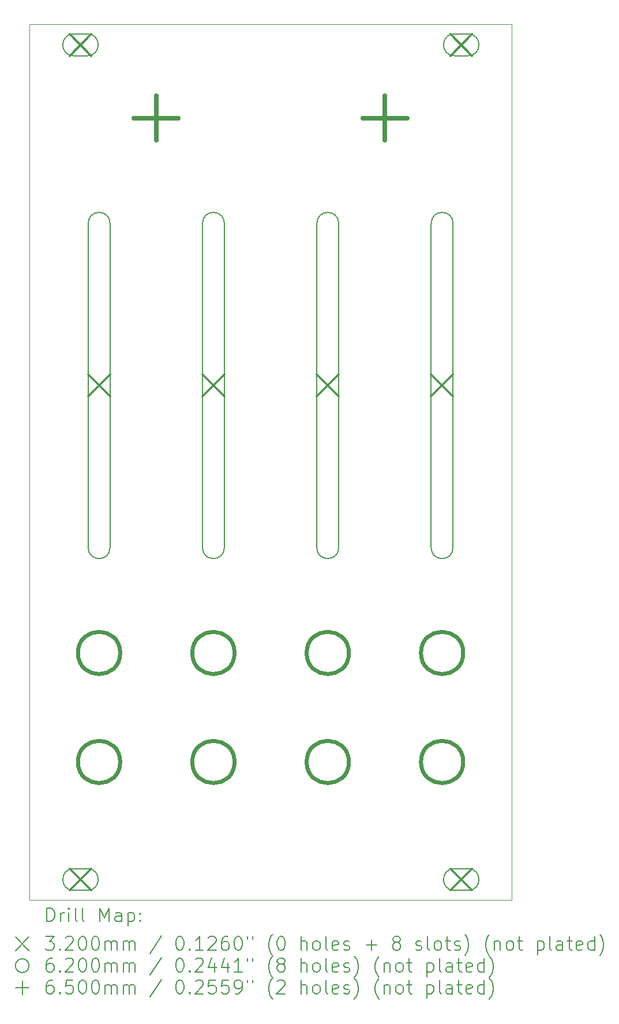
<source format=gbr>
%TF.GenerationSoftware,KiCad,Pcbnew,7.0.7*%
%TF.CreationDate,2025-11-09T15:54:26+08:00*%
%TF.ProjectId,3340_VCO_PANEL,33333430-5f56-4434-9f5f-50414e454c2e,rev?*%
%TF.SameCoordinates,Original*%
%TF.FileFunction,Drillmap*%
%TF.FilePolarity,Positive*%
%FSLAX45Y45*%
G04 Gerber Fmt 4.5, Leading zero omitted, Abs format (unit mm)*
G04 Created by KiCad (PCBNEW 7.0.7) date 2025-11-09 15:54:26*
%MOMM*%
%LPD*%
G01*
G04 APERTURE LIST*
%ADD10C,0.100000*%
%ADD11C,0.200000*%
%ADD12C,0.320000*%
%ADD13C,0.620000*%
%ADD14C,0.650000*%
G04 APERTURE END LIST*
D10*
X6460000Y-3575000D02*
X13540000Y-3575000D01*
X13540000Y-16425000D01*
X6460000Y-16425000D01*
X6460000Y-3575000D01*
D11*
D12*
X7050000Y-3715000D02*
X7370000Y-4035000D01*
X7370000Y-3715000D02*
X7050000Y-4035000D01*
D11*
X7110000Y-4035000D02*
X7310000Y-4035000D01*
X7310000Y-4035000D02*
G75*
G03*
X7310000Y-3715000I0J160000D01*
G01*
X7310000Y-3715000D02*
X7110000Y-3715000D01*
X7110000Y-3715000D02*
G75*
G03*
X7110000Y-4035000I0J-160000D01*
G01*
D12*
X7050000Y-15965000D02*
X7370000Y-16285000D01*
X7370000Y-15965000D02*
X7050000Y-16285000D01*
D11*
X7110000Y-16285000D02*
X7310000Y-16285000D01*
X7310000Y-16285000D02*
G75*
G03*
X7310000Y-15965000I0J160000D01*
G01*
X7310000Y-15965000D02*
X7110000Y-15965000D01*
X7110000Y-15965000D02*
G75*
G03*
X7110000Y-16285000I0J-160000D01*
G01*
D12*
X7323000Y-8715000D02*
X7643000Y-9035000D01*
X7643000Y-8715000D02*
X7323000Y-9035000D01*
D11*
X7323000Y-6495000D02*
X7323000Y-11255000D01*
X7323000Y-11255000D02*
G75*
G03*
X7643000Y-11255000I160000J0D01*
G01*
X7643000Y-11255000D02*
X7643000Y-6495000D01*
X7643000Y-6495000D02*
G75*
G03*
X7323000Y-6495000I-160000J0D01*
G01*
D12*
X9001000Y-8715000D02*
X9321000Y-9035000D01*
X9321000Y-8715000D02*
X9001000Y-9035000D01*
D11*
X9001000Y-6495000D02*
X9001000Y-11255000D01*
X9001000Y-11255000D02*
G75*
G03*
X9321000Y-11255000I160000J0D01*
G01*
X9321000Y-11255000D02*
X9321000Y-6495000D01*
X9321000Y-6495000D02*
G75*
G03*
X9001000Y-6495000I-160000J0D01*
G01*
D12*
X10679000Y-8715000D02*
X10999000Y-9035000D01*
X10999000Y-8715000D02*
X10679000Y-9035000D01*
D11*
X10679000Y-6495000D02*
X10679000Y-11255000D01*
X10679000Y-11255000D02*
G75*
G03*
X10999000Y-11255000I160000J0D01*
G01*
X10999000Y-11255000D02*
X10999000Y-6495000D01*
X10999000Y-6495000D02*
G75*
G03*
X10679000Y-6495000I-160000J0D01*
G01*
D12*
X12357000Y-8715000D02*
X12677000Y-9035000D01*
X12677000Y-8715000D02*
X12357000Y-9035000D01*
D11*
X12357000Y-6495000D02*
X12357000Y-11255000D01*
X12357000Y-11255000D02*
G75*
G03*
X12677000Y-11255000I160000J0D01*
G01*
X12677000Y-11255000D02*
X12677000Y-6495000D01*
X12677000Y-6495000D02*
G75*
G03*
X12357000Y-6495000I-160000J0D01*
G01*
D12*
X12638000Y-3715000D02*
X12958000Y-4035000D01*
X12958000Y-3715000D02*
X12638000Y-4035000D01*
D11*
X12698000Y-4035000D02*
X12898000Y-4035000D01*
X12898000Y-4035000D02*
G75*
G03*
X12898000Y-3715000I0J160000D01*
G01*
X12898000Y-3715000D02*
X12698000Y-3715000D01*
X12698000Y-3715000D02*
G75*
G03*
X12698000Y-4035000I0J-160000D01*
G01*
D12*
X12638000Y-15965000D02*
X12958000Y-16285000D01*
X12958000Y-15965000D02*
X12638000Y-16285000D01*
D11*
X12698000Y-16285000D02*
X12898000Y-16285000D01*
X12898000Y-16285000D02*
G75*
G03*
X12898000Y-15965000I0J160000D01*
G01*
X12898000Y-15965000D02*
X12698000Y-15965000D01*
X12698000Y-15965000D02*
G75*
G03*
X12698000Y-16285000I0J-160000D01*
G01*
D13*
X7793000Y-12800000D02*
G75*
G03*
X7793000Y-12800000I-310000J0D01*
G01*
X7793000Y-14400000D02*
G75*
G03*
X7793000Y-14400000I-310000J0D01*
G01*
X9471000Y-12800000D02*
G75*
G03*
X9471000Y-12800000I-310000J0D01*
G01*
X9471000Y-14400000D02*
G75*
G03*
X9471000Y-14400000I-310000J0D01*
G01*
X11149000Y-12800000D02*
G75*
G03*
X11149000Y-12800000I-310000J0D01*
G01*
X11149000Y-14400000D02*
G75*
G03*
X11149000Y-14400000I-310000J0D01*
G01*
X12827000Y-12800000D02*
G75*
G03*
X12827000Y-12800000I-310000J0D01*
G01*
X12827000Y-14400000D02*
G75*
G03*
X12827000Y-14400000I-310000J0D01*
G01*
D14*
X8322000Y-4625000D02*
X8322000Y-5275000D01*
X7997000Y-4950000D02*
X8647000Y-4950000D01*
X11678000Y-4625000D02*
X11678000Y-5275000D01*
X11353000Y-4950000D02*
X12003000Y-4950000D01*
D11*
X6715777Y-16741484D02*
X6715777Y-16541484D01*
X6715777Y-16541484D02*
X6763396Y-16541484D01*
X6763396Y-16541484D02*
X6791967Y-16551008D01*
X6791967Y-16551008D02*
X6811015Y-16570055D01*
X6811015Y-16570055D02*
X6820539Y-16589103D01*
X6820539Y-16589103D02*
X6830062Y-16627198D01*
X6830062Y-16627198D02*
X6830062Y-16655769D01*
X6830062Y-16655769D02*
X6820539Y-16693865D01*
X6820539Y-16693865D02*
X6811015Y-16712912D01*
X6811015Y-16712912D02*
X6791967Y-16731960D01*
X6791967Y-16731960D02*
X6763396Y-16741484D01*
X6763396Y-16741484D02*
X6715777Y-16741484D01*
X6915777Y-16741484D02*
X6915777Y-16608150D01*
X6915777Y-16646246D02*
X6925301Y-16627198D01*
X6925301Y-16627198D02*
X6934824Y-16617674D01*
X6934824Y-16617674D02*
X6953872Y-16608150D01*
X6953872Y-16608150D02*
X6972920Y-16608150D01*
X7039586Y-16741484D02*
X7039586Y-16608150D01*
X7039586Y-16541484D02*
X7030062Y-16551008D01*
X7030062Y-16551008D02*
X7039586Y-16560531D01*
X7039586Y-16560531D02*
X7049110Y-16551008D01*
X7049110Y-16551008D02*
X7039586Y-16541484D01*
X7039586Y-16541484D02*
X7039586Y-16560531D01*
X7163396Y-16741484D02*
X7144348Y-16731960D01*
X7144348Y-16731960D02*
X7134824Y-16712912D01*
X7134824Y-16712912D02*
X7134824Y-16541484D01*
X7268158Y-16741484D02*
X7249110Y-16731960D01*
X7249110Y-16731960D02*
X7239586Y-16712912D01*
X7239586Y-16712912D02*
X7239586Y-16541484D01*
X7496729Y-16741484D02*
X7496729Y-16541484D01*
X7496729Y-16541484D02*
X7563396Y-16684341D01*
X7563396Y-16684341D02*
X7630062Y-16541484D01*
X7630062Y-16541484D02*
X7630062Y-16741484D01*
X7811015Y-16741484D02*
X7811015Y-16636722D01*
X7811015Y-16636722D02*
X7801491Y-16617674D01*
X7801491Y-16617674D02*
X7782443Y-16608150D01*
X7782443Y-16608150D02*
X7744348Y-16608150D01*
X7744348Y-16608150D02*
X7725301Y-16617674D01*
X7811015Y-16731960D02*
X7791967Y-16741484D01*
X7791967Y-16741484D02*
X7744348Y-16741484D01*
X7744348Y-16741484D02*
X7725301Y-16731960D01*
X7725301Y-16731960D02*
X7715777Y-16712912D01*
X7715777Y-16712912D02*
X7715777Y-16693865D01*
X7715777Y-16693865D02*
X7725301Y-16674817D01*
X7725301Y-16674817D02*
X7744348Y-16665293D01*
X7744348Y-16665293D02*
X7791967Y-16665293D01*
X7791967Y-16665293D02*
X7811015Y-16655769D01*
X7906253Y-16608150D02*
X7906253Y-16808150D01*
X7906253Y-16617674D02*
X7925301Y-16608150D01*
X7925301Y-16608150D02*
X7963396Y-16608150D01*
X7963396Y-16608150D02*
X7982443Y-16617674D01*
X7982443Y-16617674D02*
X7991967Y-16627198D01*
X7991967Y-16627198D02*
X8001491Y-16646246D01*
X8001491Y-16646246D02*
X8001491Y-16703388D01*
X8001491Y-16703388D02*
X7991967Y-16722436D01*
X7991967Y-16722436D02*
X7982443Y-16731960D01*
X7982443Y-16731960D02*
X7963396Y-16741484D01*
X7963396Y-16741484D02*
X7925301Y-16741484D01*
X7925301Y-16741484D02*
X7906253Y-16731960D01*
X8087205Y-16722436D02*
X8096729Y-16731960D01*
X8096729Y-16731960D02*
X8087205Y-16741484D01*
X8087205Y-16741484D02*
X8077682Y-16731960D01*
X8077682Y-16731960D02*
X8087205Y-16722436D01*
X8087205Y-16722436D02*
X8087205Y-16741484D01*
X8087205Y-16617674D02*
X8096729Y-16627198D01*
X8096729Y-16627198D02*
X8087205Y-16636722D01*
X8087205Y-16636722D02*
X8077682Y-16627198D01*
X8077682Y-16627198D02*
X8087205Y-16617674D01*
X8087205Y-16617674D02*
X8087205Y-16636722D01*
X6255000Y-16970000D02*
X6455000Y-17170000D01*
X6455000Y-16970000D02*
X6255000Y-17170000D01*
X6696729Y-16961484D02*
X6820539Y-16961484D01*
X6820539Y-16961484D02*
X6753872Y-17037674D01*
X6753872Y-17037674D02*
X6782443Y-17037674D01*
X6782443Y-17037674D02*
X6801491Y-17047198D01*
X6801491Y-17047198D02*
X6811015Y-17056722D01*
X6811015Y-17056722D02*
X6820539Y-17075770D01*
X6820539Y-17075770D02*
X6820539Y-17123389D01*
X6820539Y-17123389D02*
X6811015Y-17142436D01*
X6811015Y-17142436D02*
X6801491Y-17151960D01*
X6801491Y-17151960D02*
X6782443Y-17161484D01*
X6782443Y-17161484D02*
X6725301Y-17161484D01*
X6725301Y-17161484D02*
X6706253Y-17151960D01*
X6706253Y-17151960D02*
X6696729Y-17142436D01*
X6906253Y-17142436D02*
X6915777Y-17151960D01*
X6915777Y-17151960D02*
X6906253Y-17161484D01*
X6906253Y-17161484D02*
X6896729Y-17151960D01*
X6896729Y-17151960D02*
X6906253Y-17142436D01*
X6906253Y-17142436D02*
X6906253Y-17161484D01*
X6991967Y-16980531D02*
X7001491Y-16971008D01*
X7001491Y-16971008D02*
X7020539Y-16961484D01*
X7020539Y-16961484D02*
X7068158Y-16961484D01*
X7068158Y-16961484D02*
X7087205Y-16971008D01*
X7087205Y-16971008D02*
X7096729Y-16980531D01*
X7096729Y-16980531D02*
X7106253Y-16999579D01*
X7106253Y-16999579D02*
X7106253Y-17018627D01*
X7106253Y-17018627D02*
X7096729Y-17047198D01*
X7096729Y-17047198D02*
X6982443Y-17161484D01*
X6982443Y-17161484D02*
X7106253Y-17161484D01*
X7230062Y-16961484D02*
X7249110Y-16961484D01*
X7249110Y-16961484D02*
X7268158Y-16971008D01*
X7268158Y-16971008D02*
X7277682Y-16980531D01*
X7277682Y-16980531D02*
X7287205Y-16999579D01*
X7287205Y-16999579D02*
X7296729Y-17037674D01*
X7296729Y-17037674D02*
X7296729Y-17085293D01*
X7296729Y-17085293D02*
X7287205Y-17123389D01*
X7287205Y-17123389D02*
X7277682Y-17142436D01*
X7277682Y-17142436D02*
X7268158Y-17151960D01*
X7268158Y-17151960D02*
X7249110Y-17161484D01*
X7249110Y-17161484D02*
X7230062Y-17161484D01*
X7230062Y-17161484D02*
X7211015Y-17151960D01*
X7211015Y-17151960D02*
X7201491Y-17142436D01*
X7201491Y-17142436D02*
X7191967Y-17123389D01*
X7191967Y-17123389D02*
X7182443Y-17085293D01*
X7182443Y-17085293D02*
X7182443Y-17037674D01*
X7182443Y-17037674D02*
X7191967Y-16999579D01*
X7191967Y-16999579D02*
X7201491Y-16980531D01*
X7201491Y-16980531D02*
X7211015Y-16971008D01*
X7211015Y-16971008D02*
X7230062Y-16961484D01*
X7420539Y-16961484D02*
X7439586Y-16961484D01*
X7439586Y-16961484D02*
X7458634Y-16971008D01*
X7458634Y-16971008D02*
X7468158Y-16980531D01*
X7468158Y-16980531D02*
X7477682Y-16999579D01*
X7477682Y-16999579D02*
X7487205Y-17037674D01*
X7487205Y-17037674D02*
X7487205Y-17085293D01*
X7487205Y-17085293D02*
X7477682Y-17123389D01*
X7477682Y-17123389D02*
X7468158Y-17142436D01*
X7468158Y-17142436D02*
X7458634Y-17151960D01*
X7458634Y-17151960D02*
X7439586Y-17161484D01*
X7439586Y-17161484D02*
X7420539Y-17161484D01*
X7420539Y-17161484D02*
X7401491Y-17151960D01*
X7401491Y-17151960D02*
X7391967Y-17142436D01*
X7391967Y-17142436D02*
X7382443Y-17123389D01*
X7382443Y-17123389D02*
X7372920Y-17085293D01*
X7372920Y-17085293D02*
X7372920Y-17037674D01*
X7372920Y-17037674D02*
X7382443Y-16999579D01*
X7382443Y-16999579D02*
X7391967Y-16980531D01*
X7391967Y-16980531D02*
X7401491Y-16971008D01*
X7401491Y-16971008D02*
X7420539Y-16961484D01*
X7572920Y-17161484D02*
X7572920Y-17028150D01*
X7572920Y-17047198D02*
X7582443Y-17037674D01*
X7582443Y-17037674D02*
X7601491Y-17028150D01*
X7601491Y-17028150D02*
X7630063Y-17028150D01*
X7630063Y-17028150D02*
X7649110Y-17037674D01*
X7649110Y-17037674D02*
X7658634Y-17056722D01*
X7658634Y-17056722D02*
X7658634Y-17161484D01*
X7658634Y-17056722D02*
X7668158Y-17037674D01*
X7668158Y-17037674D02*
X7687205Y-17028150D01*
X7687205Y-17028150D02*
X7715777Y-17028150D01*
X7715777Y-17028150D02*
X7734824Y-17037674D01*
X7734824Y-17037674D02*
X7744348Y-17056722D01*
X7744348Y-17056722D02*
X7744348Y-17161484D01*
X7839586Y-17161484D02*
X7839586Y-17028150D01*
X7839586Y-17047198D02*
X7849110Y-17037674D01*
X7849110Y-17037674D02*
X7868158Y-17028150D01*
X7868158Y-17028150D02*
X7896729Y-17028150D01*
X7896729Y-17028150D02*
X7915777Y-17037674D01*
X7915777Y-17037674D02*
X7925301Y-17056722D01*
X7925301Y-17056722D02*
X7925301Y-17161484D01*
X7925301Y-17056722D02*
X7934824Y-17037674D01*
X7934824Y-17037674D02*
X7953872Y-17028150D01*
X7953872Y-17028150D02*
X7982443Y-17028150D01*
X7982443Y-17028150D02*
X8001491Y-17037674D01*
X8001491Y-17037674D02*
X8011015Y-17056722D01*
X8011015Y-17056722D02*
X8011015Y-17161484D01*
X8401491Y-16951960D02*
X8230063Y-17209103D01*
X8658634Y-16961484D02*
X8677682Y-16961484D01*
X8677682Y-16961484D02*
X8696729Y-16971008D01*
X8696729Y-16971008D02*
X8706253Y-16980531D01*
X8706253Y-16980531D02*
X8715777Y-16999579D01*
X8715777Y-16999579D02*
X8725301Y-17037674D01*
X8725301Y-17037674D02*
X8725301Y-17085293D01*
X8725301Y-17085293D02*
X8715777Y-17123389D01*
X8715777Y-17123389D02*
X8706253Y-17142436D01*
X8706253Y-17142436D02*
X8696729Y-17151960D01*
X8696729Y-17151960D02*
X8677682Y-17161484D01*
X8677682Y-17161484D02*
X8658634Y-17161484D01*
X8658634Y-17161484D02*
X8639587Y-17151960D01*
X8639587Y-17151960D02*
X8630063Y-17142436D01*
X8630063Y-17142436D02*
X8620539Y-17123389D01*
X8620539Y-17123389D02*
X8611015Y-17085293D01*
X8611015Y-17085293D02*
X8611015Y-17037674D01*
X8611015Y-17037674D02*
X8620539Y-16999579D01*
X8620539Y-16999579D02*
X8630063Y-16980531D01*
X8630063Y-16980531D02*
X8639587Y-16971008D01*
X8639587Y-16971008D02*
X8658634Y-16961484D01*
X8811015Y-17142436D02*
X8820539Y-17151960D01*
X8820539Y-17151960D02*
X8811015Y-17161484D01*
X8811015Y-17161484D02*
X8801491Y-17151960D01*
X8801491Y-17151960D02*
X8811015Y-17142436D01*
X8811015Y-17142436D02*
X8811015Y-17161484D01*
X9011015Y-17161484D02*
X8896729Y-17161484D01*
X8953872Y-17161484D02*
X8953872Y-16961484D01*
X8953872Y-16961484D02*
X8934825Y-16990055D01*
X8934825Y-16990055D02*
X8915777Y-17009103D01*
X8915777Y-17009103D02*
X8896729Y-17018627D01*
X9087206Y-16980531D02*
X9096729Y-16971008D01*
X9096729Y-16971008D02*
X9115777Y-16961484D01*
X9115777Y-16961484D02*
X9163396Y-16961484D01*
X9163396Y-16961484D02*
X9182444Y-16971008D01*
X9182444Y-16971008D02*
X9191968Y-16980531D01*
X9191968Y-16980531D02*
X9201491Y-16999579D01*
X9201491Y-16999579D02*
X9201491Y-17018627D01*
X9201491Y-17018627D02*
X9191968Y-17047198D01*
X9191968Y-17047198D02*
X9077682Y-17161484D01*
X9077682Y-17161484D02*
X9201491Y-17161484D01*
X9372920Y-16961484D02*
X9334825Y-16961484D01*
X9334825Y-16961484D02*
X9315777Y-16971008D01*
X9315777Y-16971008D02*
X9306253Y-16980531D01*
X9306253Y-16980531D02*
X9287206Y-17009103D01*
X9287206Y-17009103D02*
X9277682Y-17047198D01*
X9277682Y-17047198D02*
X9277682Y-17123389D01*
X9277682Y-17123389D02*
X9287206Y-17142436D01*
X9287206Y-17142436D02*
X9296729Y-17151960D01*
X9296729Y-17151960D02*
X9315777Y-17161484D01*
X9315777Y-17161484D02*
X9353872Y-17161484D01*
X9353872Y-17161484D02*
X9372920Y-17151960D01*
X9372920Y-17151960D02*
X9382444Y-17142436D01*
X9382444Y-17142436D02*
X9391968Y-17123389D01*
X9391968Y-17123389D02*
X9391968Y-17075770D01*
X9391968Y-17075770D02*
X9382444Y-17056722D01*
X9382444Y-17056722D02*
X9372920Y-17047198D01*
X9372920Y-17047198D02*
X9353872Y-17037674D01*
X9353872Y-17037674D02*
X9315777Y-17037674D01*
X9315777Y-17037674D02*
X9296729Y-17047198D01*
X9296729Y-17047198D02*
X9287206Y-17056722D01*
X9287206Y-17056722D02*
X9277682Y-17075770D01*
X9515777Y-16961484D02*
X9534825Y-16961484D01*
X9534825Y-16961484D02*
X9553872Y-16971008D01*
X9553872Y-16971008D02*
X9563396Y-16980531D01*
X9563396Y-16980531D02*
X9572920Y-16999579D01*
X9572920Y-16999579D02*
X9582444Y-17037674D01*
X9582444Y-17037674D02*
X9582444Y-17085293D01*
X9582444Y-17085293D02*
X9572920Y-17123389D01*
X9572920Y-17123389D02*
X9563396Y-17142436D01*
X9563396Y-17142436D02*
X9553872Y-17151960D01*
X9553872Y-17151960D02*
X9534825Y-17161484D01*
X9534825Y-17161484D02*
X9515777Y-17161484D01*
X9515777Y-17161484D02*
X9496729Y-17151960D01*
X9496729Y-17151960D02*
X9487206Y-17142436D01*
X9487206Y-17142436D02*
X9477682Y-17123389D01*
X9477682Y-17123389D02*
X9468158Y-17085293D01*
X9468158Y-17085293D02*
X9468158Y-17037674D01*
X9468158Y-17037674D02*
X9477682Y-16999579D01*
X9477682Y-16999579D02*
X9487206Y-16980531D01*
X9487206Y-16980531D02*
X9496729Y-16971008D01*
X9496729Y-16971008D02*
X9515777Y-16961484D01*
X9658634Y-16961484D02*
X9658634Y-16999579D01*
X9734825Y-16961484D02*
X9734825Y-16999579D01*
X10030063Y-17237674D02*
X10020539Y-17228150D01*
X10020539Y-17228150D02*
X10001491Y-17199579D01*
X10001491Y-17199579D02*
X9991968Y-17180531D01*
X9991968Y-17180531D02*
X9982444Y-17151960D01*
X9982444Y-17151960D02*
X9972920Y-17104341D01*
X9972920Y-17104341D02*
X9972920Y-17066246D01*
X9972920Y-17066246D02*
X9982444Y-17018627D01*
X9982444Y-17018627D02*
X9991968Y-16990055D01*
X9991968Y-16990055D02*
X10001491Y-16971008D01*
X10001491Y-16971008D02*
X10020539Y-16942436D01*
X10020539Y-16942436D02*
X10030063Y-16932912D01*
X10144349Y-16961484D02*
X10163396Y-16961484D01*
X10163396Y-16961484D02*
X10182444Y-16971008D01*
X10182444Y-16971008D02*
X10191968Y-16980531D01*
X10191968Y-16980531D02*
X10201491Y-16999579D01*
X10201491Y-16999579D02*
X10211015Y-17037674D01*
X10211015Y-17037674D02*
X10211015Y-17085293D01*
X10211015Y-17085293D02*
X10201491Y-17123389D01*
X10201491Y-17123389D02*
X10191968Y-17142436D01*
X10191968Y-17142436D02*
X10182444Y-17151960D01*
X10182444Y-17151960D02*
X10163396Y-17161484D01*
X10163396Y-17161484D02*
X10144349Y-17161484D01*
X10144349Y-17161484D02*
X10125301Y-17151960D01*
X10125301Y-17151960D02*
X10115777Y-17142436D01*
X10115777Y-17142436D02*
X10106253Y-17123389D01*
X10106253Y-17123389D02*
X10096730Y-17085293D01*
X10096730Y-17085293D02*
X10096730Y-17037674D01*
X10096730Y-17037674D02*
X10106253Y-16999579D01*
X10106253Y-16999579D02*
X10115777Y-16980531D01*
X10115777Y-16980531D02*
X10125301Y-16971008D01*
X10125301Y-16971008D02*
X10144349Y-16961484D01*
X10449111Y-17161484D02*
X10449111Y-16961484D01*
X10534825Y-17161484D02*
X10534825Y-17056722D01*
X10534825Y-17056722D02*
X10525301Y-17037674D01*
X10525301Y-17037674D02*
X10506253Y-17028150D01*
X10506253Y-17028150D02*
X10477682Y-17028150D01*
X10477682Y-17028150D02*
X10458634Y-17037674D01*
X10458634Y-17037674D02*
X10449111Y-17047198D01*
X10658634Y-17161484D02*
X10639587Y-17151960D01*
X10639587Y-17151960D02*
X10630063Y-17142436D01*
X10630063Y-17142436D02*
X10620539Y-17123389D01*
X10620539Y-17123389D02*
X10620539Y-17066246D01*
X10620539Y-17066246D02*
X10630063Y-17047198D01*
X10630063Y-17047198D02*
X10639587Y-17037674D01*
X10639587Y-17037674D02*
X10658634Y-17028150D01*
X10658634Y-17028150D02*
X10687206Y-17028150D01*
X10687206Y-17028150D02*
X10706253Y-17037674D01*
X10706253Y-17037674D02*
X10715777Y-17047198D01*
X10715777Y-17047198D02*
X10725301Y-17066246D01*
X10725301Y-17066246D02*
X10725301Y-17123389D01*
X10725301Y-17123389D02*
X10715777Y-17142436D01*
X10715777Y-17142436D02*
X10706253Y-17151960D01*
X10706253Y-17151960D02*
X10687206Y-17161484D01*
X10687206Y-17161484D02*
X10658634Y-17161484D01*
X10839587Y-17161484D02*
X10820539Y-17151960D01*
X10820539Y-17151960D02*
X10811015Y-17132912D01*
X10811015Y-17132912D02*
X10811015Y-16961484D01*
X10991968Y-17151960D02*
X10972920Y-17161484D01*
X10972920Y-17161484D02*
X10934825Y-17161484D01*
X10934825Y-17161484D02*
X10915777Y-17151960D01*
X10915777Y-17151960D02*
X10906253Y-17132912D01*
X10906253Y-17132912D02*
X10906253Y-17056722D01*
X10906253Y-17056722D02*
X10915777Y-17037674D01*
X10915777Y-17037674D02*
X10934825Y-17028150D01*
X10934825Y-17028150D02*
X10972920Y-17028150D01*
X10972920Y-17028150D02*
X10991968Y-17037674D01*
X10991968Y-17037674D02*
X11001492Y-17056722D01*
X11001492Y-17056722D02*
X11001492Y-17075770D01*
X11001492Y-17075770D02*
X10906253Y-17094817D01*
X11077682Y-17151960D02*
X11096730Y-17161484D01*
X11096730Y-17161484D02*
X11134825Y-17161484D01*
X11134825Y-17161484D02*
X11153873Y-17151960D01*
X11153873Y-17151960D02*
X11163396Y-17132912D01*
X11163396Y-17132912D02*
X11163396Y-17123389D01*
X11163396Y-17123389D02*
X11153873Y-17104341D01*
X11153873Y-17104341D02*
X11134825Y-17094817D01*
X11134825Y-17094817D02*
X11106253Y-17094817D01*
X11106253Y-17094817D02*
X11087206Y-17085293D01*
X11087206Y-17085293D02*
X11077682Y-17066246D01*
X11077682Y-17066246D02*
X11077682Y-17056722D01*
X11077682Y-17056722D02*
X11087206Y-17037674D01*
X11087206Y-17037674D02*
X11106253Y-17028150D01*
X11106253Y-17028150D02*
X11134825Y-17028150D01*
X11134825Y-17028150D02*
X11153873Y-17037674D01*
X11401492Y-17085293D02*
X11553873Y-17085293D01*
X11477682Y-17161484D02*
X11477682Y-17009103D01*
X11830063Y-17047198D02*
X11811015Y-17037674D01*
X11811015Y-17037674D02*
X11801492Y-17028150D01*
X11801492Y-17028150D02*
X11791968Y-17009103D01*
X11791968Y-17009103D02*
X11791968Y-16999579D01*
X11791968Y-16999579D02*
X11801492Y-16980531D01*
X11801492Y-16980531D02*
X11811015Y-16971008D01*
X11811015Y-16971008D02*
X11830063Y-16961484D01*
X11830063Y-16961484D02*
X11868158Y-16961484D01*
X11868158Y-16961484D02*
X11887206Y-16971008D01*
X11887206Y-16971008D02*
X11896730Y-16980531D01*
X11896730Y-16980531D02*
X11906253Y-16999579D01*
X11906253Y-16999579D02*
X11906253Y-17009103D01*
X11906253Y-17009103D02*
X11896730Y-17028150D01*
X11896730Y-17028150D02*
X11887206Y-17037674D01*
X11887206Y-17037674D02*
X11868158Y-17047198D01*
X11868158Y-17047198D02*
X11830063Y-17047198D01*
X11830063Y-17047198D02*
X11811015Y-17056722D01*
X11811015Y-17056722D02*
X11801492Y-17066246D01*
X11801492Y-17066246D02*
X11791968Y-17085293D01*
X11791968Y-17085293D02*
X11791968Y-17123389D01*
X11791968Y-17123389D02*
X11801492Y-17142436D01*
X11801492Y-17142436D02*
X11811015Y-17151960D01*
X11811015Y-17151960D02*
X11830063Y-17161484D01*
X11830063Y-17161484D02*
X11868158Y-17161484D01*
X11868158Y-17161484D02*
X11887206Y-17151960D01*
X11887206Y-17151960D02*
X11896730Y-17142436D01*
X11896730Y-17142436D02*
X11906253Y-17123389D01*
X11906253Y-17123389D02*
X11906253Y-17085293D01*
X11906253Y-17085293D02*
X11896730Y-17066246D01*
X11896730Y-17066246D02*
X11887206Y-17056722D01*
X11887206Y-17056722D02*
X11868158Y-17047198D01*
X12134825Y-17151960D02*
X12153873Y-17161484D01*
X12153873Y-17161484D02*
X12191968Y-17161484D01*
X12191968Y-17161484D02*
X12211015Y-17151960D01*
X12211015Y-17151960D02*
X12220539Y-17132912D01*
X12220539Y-17132912D02*
X12220539Y-17123389D01*
X12220539Y-17123389D02*
X12211015Y-17104341D01*
X12211015Y-17104341D02*
X12191968Y-17094817D01*
X12191968Y-17094817D02*
X12163396Y-17094817D01*
X12163396Y-17094817D02*
X12144349Y-17085293D01*
X12144349Y-17085293D02*
X12134825Y-17066246D01*
X12134825Y-17066246D02*
X12134825Y-17056722D01*
X12134825Y-17056722D02*
X12144349Y-17037674D01*
X12144349Y-17037674D02*
X12163396Y-17028150D01*
X12163396Y-17028150D02*
X12191968Y-17028150D01*
X12191968Y-17028150D02*
X12211015Y-17037674D01*
X12334825Y-17161484D02*
X12315777Y-17151960D01*
X12315777Y-17151960D02*
X12306254Y-17132912D01*
X12306254Y-17132912D02*
X12306254Y-16961484D01*
X12439587Y-17161484D02*
X12420539Y-17151960D01*
X12420539Y-17151960D02*
X12411015Y-17142436D01*
X12411015Y-17142436D02*
X12401492Y-17123389D01*
X12401492Y-17123389D02*
X12401492Y-17066246D01*
X12401492Y-17066246D02*
X12411015Y-17047198D01*
X12411015Y-17047198D02*
X12420539Y-17037674D01*
X12420539Y-17037674D02*
X12439587Y-17028150D01*
X12439587Y-17028150D02*
X12468158Y-17028150D01*
X12468158Y-17028150D02*
X12487206Y-17037674D01*
X12487206Y-17037674D02*
X12496730Y-17047198D01*
X12496730Y-17047198D02*
X12506254Y-17066246D01*
X12506254Y-17066246D02*
X12506254Y-17123389D01*
X12506254Y-17123389D02*
X12496730Y-17142436D01*
X12496730Y-17142436D02*
X12487206Y-17151960D01*
X12487206Y-17151960D02*
X12468158Y-17161484D01*
X12468158Y-17161484D02*
X12439587Y-17161484D01*
X12563396Y-17028150D02*
X12639587Y-17028150D01*
X12591968Y-16961484D02*
X12591968Y-17132912D01*
X12591968Y-17132912D02*
X12601492Y-17151960D01*
X12601492Y-17151960D02*
X12620539Y-17161484D01*
X12620539Y-17161484D02*
X12639587Y-17161484D01*
X12696730Y-17151960D02*
X12715777Y-17161484D01*
X12715777Y-17161484D02*
X12753873Y-17161484D01*
X12753873Y-17161484D02*
X12772920Y-17151960D01*
X12772920Y-17151960D02*
X12782444Y-17132912D01*
X12782444Y-17132912D02*
X12782444Y-17123389D01*
X12782444Y-17123389D02*
X12772920Y-17104341D01*
X12772920Y-17104341D02*
X12753873Y-17094817D01*
X12753873Y-17094817D02*
X12725301Y-17094817D01*
X12725301Y-17094817D02*
X12706254Y-17085293D01*
X12706254Y-17085293D02*
X12696730Y-17066246D01*
X12696730Y-17066246D02*
X12696730Y-17056722D01*
X12696730Y-17056722D02*
X12706254Y-17037674D01*
X12706254Y-17037674D02*
X12725301Y-17028150D01*
X12725301Y-17028150D02*
X12753873Y-17028150D01*
X12753873Y-17028150D02*
X12772920Y-17037674D01*
X12849111Y-17237674D02*
X12858635Y-17228150D01*
X12858635Y-17228150D02*
X12877682Y-17199579D01*
X12877682Y-17199579D02*
X12887206Y-17180531D01*
X12887206Y-17180531D02*
X12896730Y-17151960D01*
X12896730Y-17151960D02*
X12906254Y-17104341D01*
X12906254Y-17104341D02*
X12906254Y-17066246D01*
X12906254Y-17066246D02*
X12896730Y-17018627D01*
X12896730Y-17018627D02*
X12887206Y-16990055D01*
X12887206Y-16990055D02*
X12877682Y-16971008D01*
X12877682Y-16971008D02*
X12858635Y-16942436D01*
X12858635Y-16942436D02*
X12849111Y-16932912D01*
X13211016Y-17237674D02*
X13201492Y-17228150D01*
X13201492Y-17228150D02*
X13182444Y-17199579D01*
X13182444Y-17199579D02*
X13172920Y-17180531D01*
X13172920Y-17180531D02*
X13163396Y-17151960D01*
X13163396Y-17151960D02*
X13153873Y-17104341D01*
X13153873Y-17104341D02*
X13153873Y-17066246D01*
X13153873Y-17066246D02*
X13163396Y-17018627D01*
X13163396Y-17018627D02*
X13172920Y-16990055D01*
X13172920Y-16990055D02*
X13182444Y-16971008D01*
X13182444Y-16971008D02*
X13201492Y-16942436D01*
X13201492Y-16942436D02*
X13211016Y-16932912D01*
X13287206Y-17028150D02*
X13287206Y-17161484D01*
X13287206Y-17047198D02*
X13296730Y-17037674D01*
X13296730Y-17037674D02*
X13315777Y-17028150D01*
X13315777Y-17028150D02*
X13344349Y-17028150D01*
X13344349Y-17028150D02*
X13363396Y-17037674D01*
X13363396Y-17037674D02*
X13372920Y-17056722D01*
X13372920Y-17056722D02*
X13372920Y-17161484D01*
X13496730Y-17161484D02*
X13477682Y-17151960D01*
X13477682Y-17151960D02*
X13468158Y-17142436D01*
X13468158Y-17142436D02*
X13458635Y-17123389D01*
X13458635Y-17123389D02*
X13458635Y-17066246D01*
X13458635Y-17066246D02*
X13468158Y-17047198D01*
X13468158Y-17047198D02*
X13477682Y-17037674D01*
X13477682Y-17037674D02*
X13496730Y-17028150D01*
X13496730Y-17028150D02*
X13525301Y-17028150D01*
X13525301Y-17028150D02*
X13544349Y-17037674D01*
X13544349Y-17037674D02*
X13553873Y-17047198D01*
X13553873Y-17047198D02*
X13563396Y-17066246D01*
X13563396Y-17066246D02*
X13563396Y-17123389D01*
X13563396Y-17123389D02*
X13553873Y-17142436D01*
X13553873Y-17142436D02*
X13544349Y-17151960D01*
X13544349Y-17151960D02*
X13525301Y-17161484D01*
X13525301Y-17161484D02*
X13496730Y-17161484D01*
X13620539Y-17028150D02*
X13696730Y-17028150D01*
X13649111Y-16961484D02*
X13649111Y-17132912D01*
X13649111Y-17132912D02*
X13658635Y-17151960D01*
X13658635Y-17151960D02*
X13677682Y-17161484D01*
X13677682Y-17161484D02*
X13696730Y-17161484D01*
X13915777Y-17028150D02*
X13915777Y-17228150D01*
X13915777Y-17037674D02*
X13934825Y-17028150D01*
X13934825Y-17028150D02*
X13972920Y-17028150D01*
X13972920Y-17028150D02*
X13991968Y-17037674D01*
X13991968Y-17037674D02*
X14001492Y-17047198D01*
X14001492Y-17047198D02*
X14011016Y-17066246D01*
X14011016Y-17066246D02*
X14011016Y-17123389D01*
X14011016Y-17123389D02*
X14001492Y-17142436D01*
X14001492Y-17142436D02*
X13991968Y-17151960D01*
X13991968Y-17151960D02*
X13972920Y-17161484D01*
X13972920Y-17161484D02*
X13934825Y-17161484D01*
X13934825Y-17161484D02*
X13915777Y-17151960D01*
X14125301Y-17161484D02*
X14106254Y-17151960D01*
X14106254Y-17151960D02*
X14096730Y-17132912D01*
X14096730Y-17132912D02*
X14096730Y-16961484D01*
X14287206Y-17161484D02*
X14287206Y-17056722D01*
X14287206Y-17056722D02*
X14277682Y-17037674D01*
X14277682Y-17037674D02*
X14258635Y-17028150D01*
X14258635Y-17028150D02*
X14220539Y-17028150D01*
X14220539Y-17028150D02*
X14201492Y-17037674D01*
X14287206Y-17151960D02*
X14268158Y-17161484D01*
X14268158Y-17161484D02*
X14220539Y-17161484D01*
X14220539Y-17161484D02*
X14201492Y-17151960D01*
X14201492Y-17151960D02*
X14191968Y-17132912D01*
X14191968Y-17132912D02*
X14191968Y-17113865D01*
X14191968Y-17113865D02*
X14201492Y-17094817D01*
X14201492Y-17094817D02*
X14220539Y-17085293D01*
X14220539Y-17085293D02*
X14268158Y-17085293D01*
X14268158Y-17085293D02*
X14287206Y-17075770D01*
X14353873Y-17028150D02*
X14430063Y-17028150D01*
X14382444Y-16961484D02*
X14382444Y-17132912D01*
X14382444Y-17132912D02*
X14391968Y-17151960D01*
X14391968Y-17151960D02*
X14411016Y-17161484D01*
X14411016Y-17161484D02*
X14430063Y-17161484D01*
X14572920Y-17151960D02*
X14553873Y-17161484D01*
X14553873Y-17161484D02*
X14515777Y-17161484D01*
X14515777Y-17161484D02*
X14496730Y-17151960D01*
X14496730Y-17151960D02*
X14487206Y-17132912D01*
X14487206Y-17132912D02*
X14487206Y-17056722D01*
X14487206Y-17056722D02*
X14496730Y-17037674D01*
X14496730Y-17037674D02*
X14515777Y-17028150D01*
X14515777Y-17028150D02*
X14553873Y-17028150D01*
X14553873Y-17028150D02*
X14572920Y-17037674D01*
X14572920Y-17037674D02*
X14582444Y-17056722D01*
X14582444Y-17056722D02*
X14582444Y-17075770D01*
X14582444Y-17075770D02*
X14487206Y-17094817D01*
X14753873Y-17161484D02*
X14753873Y-16961484D01*
X14753873Y-17151960D02*
X14734825Y-17161484D01*
X14734825Y-17161484D02*
X14696730Y-17161484D01*
X14696730Y-17161484D02*
X14677682Y-17151960D01*
X14677682Y-17151960D02*
X14668158Y-17142436D01*
X14668158Y-17142436D02*
X14658635Y-17123389D01*
X14658635Y-17123389D02*
X14658635Y-17066246D01*
X14658635Y-17066246D02*
X14668158Y-17047198D01*
X14668158Y-17047198D02*
X14677682Y-17037674D01*
X14677682Y-17037674D02*
X14696730Y-17028150D01*
X14696730Y-17028150D02*
X14734825Y-17028150D01*
X14734825Y-17028150D02*
X14753873Y-17037674D01*
X14830063Y-17237674D02*
X14839587Y-17228150D01*
X14839587Y-17228150D02*
X14858635Y-17199579D01*
X14858635Y-17199579D02*
X14868158Y-17180531D01*
X14868158Y-17180531D02*
X14877682Y-17151960D01*
X14877682Y-17151960D02*
X14887206Y-17104341D01*
X14887206Y-17104341D02*
X14887206Y-17066246D01*
X14887206Y-17066246D02*
X14877682Y-17018627D01*
X14877682Y-17018627D02*
X14868158Y-16990055D01*
X14868158Y-16990055D02*
X14858635Y-16971008D01*
X14858635Y-16971008D02*
X14839587Y-16942436D01*
X14839587Y-16942436D02*
X14830063Y-16932912D01*
X6455000Y-17390000D02*
G75*
G03*
X6455000Y-17390000I-100000J0D01*
G01*
X6801491Y-17281484D02*
X6763396Y-17281484D01*
X6763396Y-17281484D02*
X6744348Y-17291008D01*
X6744348Y-17291008D02*
X6734824Y-17300531D01*
X6734824Y-17300531D02*
X6715777Y-17329103D01*
X6715777Y-17329103D02*
X6706253Y-17367198D01*
X6706253Y-17367198D02*
X6706253Y-17443389D01*
X6706253Y-17443389D02*
X6715777Y-17462436D01*
X6715777Y-17462436D02*
X6725301Y-17471960D01*
X6725301Y-17471960D02*
X6744348Y-17481484D01*
X6744348Y-17481484D02*
X6782443Y-17481484D01*
X6782443Y-17481484D02*
X6801491Y-17471960D01*
X6801491Y-17471960D02*
X6811015Y-17462436D01*
X6811015Y-17462436D02*
X6820539Y-17443389D01*
X6820539Y-17443389D02*
X6820539Y-17395770D01*
X6820539Y-17395770D02*
X6811015Y-17376722D01*
X6811015Y-17376722D02*
X6801491Y-17367198D01*
X6801491Y-17367198D02*
X6782443Y-17357674D01*
X6782443Y-17357674D02*
X6744348Y-17357674D01*
X6744348Y-17357674D02*
X6725301Y-17367198D01*
X6725301Y-17367198D02*
X6715777Y-17376722D01*
X6715777Y-17376722D02*
X6706253Y-17395770D01*
X6906253Y-17462436D02*
X6915777Y-17471960D01*
X6915777Y-17471960D02*
X6906253Y-17481484D01*
X6906253Y-17481484D02*
X6896729Y-17471960D01*
X6896729Y-17471960D02*
X6906253Y-17462436D01*
X6906253Y-17462436D02*
X6906253Y-17481484D01*
X6991967Y-17300531D02*
X7001491Y-17291008D01*
X7001491Y-17291008D02*
X7020539Y-17281484D01*
X7020539Y-17281484D02*
X7068158Y-17281484D01*
X7068158Y-17281484D02*
X7087205Y-17291008D01*
X7087205Y-17291008D02*
X7096729Y-17300531D01*
X7096729Y-17300531D02*
X7106253Y-17319579D01*
X7106253Y-17319579D02*
X7106253Y-17338627D01*
X7106253Y-17338627D02*
X7096729Y-17367198D01*
X7096729Y-17367198D02*
X6982443Y-17481484D01*
X6982443Y-17481484D02*
X7106253Y-17481484D01*
X7230062Y-17281484D02*
X7249110Y-17281484D01*
X7249110Y-17281484D02*
X7268158Y-17291008D01*
X7268158Y-17291008D02*
X7277682Y-17300531D01*
X7277682Y-17300531D02*
X7287205Y-17319579D01*
X7287205Y-17319579D02*
X7296729Y-17357674D01*
X7296729Y-17357674D02*
X7296729Y-17405293D01*
X7296729Y-17405293D02*
X7287205Y-17443389D01*
X7287205Y-17443389D02*
X7277682Y-17462436D01*
X7277682Y-17462436D02*
X7268158Y-17471960D01*
X7268158Y-17471960D02*
X7249110Y-17481484D01*
X7249110Y-17481484D02*
X7230062Y-17481484D01*
X7230062Y-17481484D02*
X7211015Y-17471960D01*
X7211015Y-17471960D02*
X7201491Y-17462436D01*
X7201491Y-17462436D02*
X7191967Y-17443389D01*
X7191967Y-17443389D02*
X7182443Y-17405293D01*
X7182443Y-17405293D02*
X7182443Y-17357674D01*
X7182443Y-17357674D02*
X7191967Y-17319579D01*
X7191967Y-17319579D02*
X7201491Y-17300531D01*
X7201491Y-17300531D02*
X7211015Y-17291008D01*
X7211015Y-17291008D02*
X7230062Y-17281484D01*
X7420539Y-17281484D02*
X7439586Y-17281484D01*
X7439586Y-17281484D02*
X7458634Y-17291008D01*
X7458634Y-17291008D02*
X7468158Y-17300531D01*
X7468158Y-17300531D02*
X7477682Y-17319579D01*
X7477682Y-17319579D02*
X7487205Y-17357674D01*
X7487205Y-17357674D02*
X7487205Y-17405293D01*
X7487205Y-17405293D02*
X7477682Y-17443389D01*
X7477682Y-17443389D02*
X7468158Y-17462436D01*
X7468158Y-17462436D02*
X7458634Y-17471960D01*
X7458634Y-17471960D02*
X7439586Y-17481484D01*
X7439586Y-17481484D02*
X7420539Y-17481484D01*
X7420539Y-17481484D02*
X7401491Y-17471960D01*
X7401491Y-17471960D02*
X7391967Y-17462436D01*
X7391967Y-17462436D02*
X7382443Y-17443389D01*
X7382443Y-17443389D02*
X7372920Y-17405293D01*
X7372920Y-17405293D02*
X7372920Y-17357674D01*
X7372920Y-17357674D02*
X7382443Y-17319579D01*
X7382443Y-17319579D02*
X7391967Y-17300531D01*
X7391967Y-17300531D02*
X7401491Y-17291008D01*
X7401491Y-17291008D02*
X7420539Y-17281484D01*
X7572920Y-17481484D02*
X7572920Y-17348150D01*
X7572920Y-17367198D02*
X7582443Y-17357674D01*
X7582443Y-17357674D02*
X7601491Y-17348150D01*
X7601491Y-17348150D02*
X7630063Y-17348150D01*
X7630063Y-17348150D02*
X7649110Y-17357674D01*
X7649110Y-17357674D02*
X7658634Y-17376722D01*
X7658634Y-17376722D02*
X7658634Y-17481484D01*
X7658634Y-17376722D02*
X7668158Y-17357674D01*
X7668158Y-17357674D02*
X7687205Y-17348150D01*
X7687205Y-17348150D02*
X7715777Y-17348150D01*
X7715777Y-17348150D02*
X7734824Y-17357674D01*
X7734824Y-17357674D02*
X7744348Y-17376722D01*
X7744348Y-17376722D02*
X7744348Y-17481484D01*
X7839586Y-17481484D02*
X7839586Y-17348150D01*
X7839586Y-17367198D02*
X7849110Y-17357674D01*
X7849110Y-17357674D02*
X7868158Y-17348150D01*
X7868158Y-17348150D02*
X7896729Y-17348150D01*
X7896729Y-17348150D02*
X7915777Y-17357674D01*
X7915777Y-17357674D02*
X7925301Y-17376722D01*
X7925301Y-17376722D02*
X7925301Y-17481484D01*
X7925301Y-17376722D02*
X7934824Y-17357674D01*
X7934824Y-17357674D02*
X7953872Y-17348150D01*
X7953872Y-17348150D02*
X7982443Y-17348150D01*
X7982443Y-17348150D02*
X8001491Y-17357674D01*
X8001491Y-17357674D02*
X8011015Y-17376722D01*
X8011015Y-17376722D02*
X8011015Y-17481484D01*
X8401491Y-17271960D02*
X8230063Y-17529103D01*
X8658634Y-17281484D02*
X8677682Y-17281484D01*
X8677682Y-17281484D02*
X8696729Y-17291008D01*
X8696729Y-17291008D02*
X8706253Y-17300531D01*
X8706253Y-17300531D02*
X8715777Y-17319579D01*
X8715777Y-17319579D02*
X8725301Y-17357674D01*
X8725301Y-17357674D02*
X8725301Y-17405293D01*
X8725301Y-17405293D02*
X8715777Y-17443389D01*
X8715777Y-17443389D02*
X8706253Y-17462436D01*
X8706253Y-17462436D02*
X8696729Y-17471960D01*
X8696729Y-17471960D02*
X8677682Y-17481484D01*
X8677682Y-17481484D02*
X8658634Y-17481484D01*
X8658634Y-17481484D02*
X8639587Y-17471960D01*
X8639587Y-17471960D02*
X8630063Y-17462436D01*
X8630063Y-17462436D02*
X8620539Y-17443389D01*
X8620539Y-17443389D02*
X8611015Y-17405293D01*
X8611015Y-17405293D02*
X8611015Y-17357674D01*
X8611015Y-17357674D02*
X8620539Y-17319579D01*
X8620539Y-17319579D02*
X8630063Y-17300531D01*
X8630063Y-17300531D02*
X8639587Y-17291008D01*
X8639587Y-17291008D02*
X8658634Y-17281484D01*
X8811015Y-17462436D02*
X8820539Y-17471960D01*
X8820539Y-17471960D02*
X8811015Y-17481484D01*
X8811015Y-17481484D02*
X8801491Y-17471960D01*
X8801491Y-17471960D02*
X8811015Y-17462436D01*
X8811015Y-17462436D02*
X8811015Y-17481484D01*
X8896729Y-17300531D02*
X8906253Y-17291008D01*
X8906253Y-17291008D02*
X8925301Y-17281484D01*
X8925301Y-17281484D02*
X8972920Y-17281484D01*
X8972920Y-17281484D02*
X8991968Y-17291008D01*
X8991968Y-17291008D02*
X9001491Y-17300531D01*
X9001491Y-17300531D02*
X9011015Y-17319579D01*
X9011015Y-17319579D02*
X9011015Y-17338627D01*
X9011015Y-17338627D02*
X9001491Y-17367198D01*
X9001491Y-17367198D02*
X8887206Y-17481484D01*
X8887206Y-17481484D02*
X9011015Y-17481484D01*
X9182444Y-17348150D02*
X9182444Y-17481484D01*
X9134825Y-17271960D02*
X9087206Y-17414817D01*
X9087206Y-17414817D02*
X9211015Y-17414817D01*
X9372920Y-17348150D02*
X9372920Y-17481484D01*
X9325301Y-17271960D02*
X9277682Y-17414817D01*
X9277682Y-17414817D02*
X9401491Y-17414817D01*
X9582444Y-17481484D02*
X9468158Y-17481484D01*
X9525301Y-17481484D02*
X9525301Y-17281484D01*
X9525301Y-17281484D02*
X9506253Y-17310055D01*
X9506253Y-17310055D02*
X9487206Y-17329103D01*
X9487206Y-17329103D02*
X9468158Y-17338627D01*
X9658634Y-17281484D02*
X9658634Y-17319579D01*
X9734825Y-17281484D02*
X9734825Y-17319579D01*
X10030063Y-17557674D02*
X10020539Y-17548150D01*
X10020539Y-17548150D02*
X10001491Y-17519579D01*
X10001491Y-17519579D02*
X9991968Y-17500531D01*
X9991968Y-17500531D02*
X9982444Y-17471960D01*
X9982444Y-17471960D02*
X9972920Y-17424341D01*
X9972920Y-17424341D02*
X9972920Y-17386246D01*
X9972920Y-17386246D02*
X9982444Y-17338627D01*
X9982444Y-17338627D02*
X9991968Y-17310055D01*
X9991968Y-17310055D02*
X10001491Y-17291008D01*
X10001491Y-17291008D02*
X10020539Y-17262436D01*
X10020539Y-17262436D02*
X10030063Y-17252912D01*
X10134825Y-17367198D02*
X10115777Y-17357674D01*
X10115777Y-17357674D02*
X10106253Y-17348150D01*
X10106253Y-17348150D02*
X10096730Y-17329103D01*
X10096730Y-17329103D02*
X10096730Y-17319579D01*
X10096730Y-17319579D02*
X10106253Y-17300531D01*
X10106253Y-17300531D02*
X10115777Y-17291008D01*
X10115777Y-17291008D02*
X10134825Y-17281484D01*
X10134825Y-17281484D02*
X10172920Y-17281484D01*
X10172920Y-17281484D02*
X10191968Y-17291008D01*
X10191968Y-17291008D02*
X10201491Y-17300531D01*
X10201491Y-17300531D02*
X10211015Y-17319579D01*
X10211015Y-17319579D02*
X10211015Y-17329103D01*
X10211015Y-17329103D02*
X10201491Y-17348150D01*
X10201491Y-17348150D02*
X10191968Y-17357674D01*
X10191968Y-17357674D02*
X10172920Y-17367198D01*
X10172920Y-17367198D02*
X10134825Y-17367198D01*
X10134825Y-17367198D02*
X10115777Y-17376722D01*
X10115777Y-17376722D02*
X10106253Y-17386246D01*
X10106253Y-17386246D02*
X10096730Y-17405293D01*
X10096730Y-17405293D02*
X10096730Y-17443389D01*
X10096730Y-17443389D02*
X10106253Y-17462436D01*
X10106253Y-17462436D02*
X10115777Y-17471960D01*
X10115777Y-17471960D02*
X10134825Y-17481484D01*
X10134825Y-17481484D02*
X10172920Y-17481484D01*
X10172920Y-17481484D02*
X10191968Y-17471960D01*
X10191968Y-17471960D02*
X10201491Y-17462436D01*
X10201491Y-17462436D02*
X10211015Y-17443389D01*
X10211015Y-17443389D02*
X10211015Y-17405293D01*
X10211015Y-17405293D02*
X10201491Y-17386246D01*
X10201491Y-17386246D02*
X10191968Y-17376722D01*
X10191968Y-17376722D02*
X10172920Y-17367198D01*
X10449111Y-17481484D02*
X10449111Y-17281484D01*
X10534825Y-17481484D02*
X10534825Y-17376722D01*
X10534825Y-17376722D02*
X10525301Y-17357674D01*
X10525301Y-17357674D02*
X10506253Y-17348150D01*
X10506253Y-17348150D02*
X10477682Y-17348150D01*
X10477682Y-17348150D02*
X10458634Y-17357674D01*
X10458634Y-17357674D02*
X10449111Y-17367198D01*
X10658634Y-17481484D02*
X10639587Y-17471960D01*
X10639587Y-17471960D02*
X10630063Y-17462436D01*
X10630063Y-17462436D02*
X10620539Y-17443389D01*
X10620539Y-17443389D02*
X10620539Y-17386246D01*
X10620539Y-17386246D02*
X10630063Y-17367198D01*
X10630063Y-17367198D02*
X10639587Y-17357674D01*
X10639587Y-17357674D02*
X10658634Y-17348150D01*
X10658634Y-17348150D02*
X10687206Y-17348150D01*
X10687206Y-17348150D02*
X10706253Y-17357674D01*
X10706253Y-17357674D02*
X10715777Y-17367198D01*
X10715777Y-17367198D02*
X10725301Y-17386246D01*
X10725301Y-17386246D02*
X10725301Y-17443389D01*
X10725301Y-17443389D02*
X10715777Y-17462436D01*
X10715777Y-17462436D02*
X10706253Y-17471960D01*
X10706253Y-17471960D02*
X10687206Y-17481484D01*
X10687206Y-17481484D02*
X10658634Y-17481484D01*
X10839587Y-17481484D02*
X10820539Y-17471960D01*
X10820539Y-17471960D02*
X10811015Y-17452912D01*
X10811015Y-17452912D02*
X10811015Y-17281484D01*
X10991968Y-17471960D02*
X10972920Y-17481484D01*
X10972920Y-17481484D02*
X10934825Y-17481484D01*
X10934825Y-17481484D02*
X10915777Y-17471960D01*
X10915777Y-17471960D02*
X10906253Y-17452912D01*
X10906253Y-17452912D02*
X10906253Y-17376722D01*
X10906253Y-17376722D02*
X10915777Y-17357674D01*
X10915777Y-17357674D02*
X10934825Y-17348150D01*
X10934825Y-17348150D02*
X10972920Y-17348150D01*
X10972920Y-17348150D02*
X10991968Y-17357674D01*
X10991968Y-17357674D02*
X11001492Y-17376722D01*
X11001492Y-17376722D02*
X11001492Y-17395770D01*
X11001492Y-17395770D02*
X10906253Y-17414817D01*
X11077682Y-17471960D02*
X11096730Y-17481484D01*
X11096730Y-17481484D02*
X11134825Y-17481484D01*
X11134825Y-17481484D02*
X11153873Y-17471960D01*
X11153873Y-17471960D02*
X11163396Y-17452912D01*
X11163396Y-17452912D02*
X11163396Y-17443389D01*
X11163396Y-17443389D02*
X11153873Y-17424341D01*
X11153873Y-17424341D02*
X11134825Y-17414817D01*
X11134825Y-17414817D02*
X11106253Y-17414817D01*
X11106253Y-17414817D02*
X11087206Y-17405293D01*
X11087206Y-17405293D02*
X11077682Y-17386246D01*
X11077682Y-17386246D02*
X11077682Y-17376722D01*
X11077682Y-17376722D02*
X11087206Y-17357674D01*
X11087206Y-17357674D02*
X11106253Y-17348150D01*
X11106253Y-17348150D02*
X11134825Y-17348150D01*
X11134825Y-17348150D02*
X11153873Y-17357674D01*
X11230063Y-17557674D02*
X11239587Y-17548150D01*
X11239587Y-17548150D02*
X11258634Y-17519579D01*
X11258634Y-17519579D02*
X11268158Y-17500531D01*
X11268158Y-17500531D02*
X11277682Y-17471960D01*
X11277682Y-17471960D02*
X11287206Y-17424341D01*
X11287206Y-17424341D02*
X11287206Y-17386246D01*
X11287206Y-17386246D02*
X11277682Y-17338627D01*
X11277682Y-17338627D02*
X11268158Y-17310055D01*
X11268158Y-17310055D02*
X11258634Y-17291008D01*
X11258634Y-17291008D02*
X11239587Y-17262436D01*
X11239587Y-17262436D02*
X11230063Y-17252912D01*
X11591968Y-17557674D02*
X11582444Y-17548150D01*
X11582444Y-17548150D02*
X11563396Y-17519579D01*
X11563396Y-17519579D02*
X11553872Y-17500531D01*
X11553872Y-17500531D02*
X11544349Y-17471960D01*
X11544349Y-17471960D02*
X11534825Y-17424341D01*
X11534825Y-17424341D02*
X11534825Y-17386246D01*
X11534825Y-17386246D02*
X11544349Y-17338627D01*
X11544349Y-17338627D02*
X11553872Y-17310055D01*
X11553872Y-17310055D02*
X11563396Y-17291008D01*
X11563396Y-17291008D02*
X11582444Y-17262436D01*
X11582444Y-17262436D02*
X11591968Y-17252912D01*
X11668158Y-17348150D02*
X11668158Y-17481484D01*
X11668158Y-17367198D02*
X11677682Y-17357674D01*
X11677682Y-17357674D02*
X11696730Y-17348150D01*
X11696730Y-17348150D02*
X11725301Y-17348150D01*
X11725301Y-17348150D02*
X11744349Y-17357674D01*
X11744349Y-17357674D02*
X11753872Y-17376722D01*
X11753872Y-17376722D02*
X11753872Y-17481484D01*
X11877682Y-17481484D02*
X11858634Y-17471960D01*
X11858634Y-17471960D02*
X11849111Y-17462436D01*
X11849111Y-17462436D02*
X11839587Y-17443389D01*
X11839587Y-17443389D02*
X11839587Y-17386246D01*
X11839587Y-17386246D02*
X11849111Y-17367198D01*
X11849111Y-17367198D02*
X11858634Y-17357674D01*
X11858634Y-17357674D02*
X11877682Y-17348150D01*
X11877682Y-17348150D02*
X11906253Y-17348150D01*
X11906253Y-17348150D02*
X11925301Y-17357674D01*
X11925301Y-17357674D02*
X11934825Y-17367198D01*
X11934825Y-17367198D02*
X11944349Y-17386246D01*
X11944349Y-17386246D02*
X11944349Y-17443389D01*
X11944349Y-17443389D02*
X11934825Y-17462436D01*
X11934825Y-17462436D02*
X11925301Y-17471960D01*
X11925301Y-17471960D02*
X11906253Y-17481484D01*
X11906253Y-17481484D02*
X11877682Y-17481484D01*
X12001492Y-17348150D02*
X12077682Y-17348150D01*
X12030063Y-17281484D02*
X12030063Y-17452912D01*
X12030063Y-17452912D02*
X12039587Y-17471960D01*
X12039587Y-17471960D02*
X12058634Y-17481484D01*
X12058634Y-17481484D02*
X12077682Y-17481484D01*
X12296730Y-17348150D02*
X12296730Y-17548150D01*
X12296730Y-17357674D02*
X12315777Y-17348150D01*
X12315777Y-17348150D02*
X12353873Y-17348150D01*
X12353873Y-17348150D02*
X12372920Y-17357674D01*
X12372920Y-17357674D02*
X12382444Y-17367198D01*
X12382444Y-17367198D02*
X12391968Y-17386246D01*
X12391968Y-17386246D02*
X12391968Y-17443389D01*
X12391968Y-17443389D02*
X12382444Y-17462436D01*
X12382444Y-17462436D02*
X12372920Y-17471960D01*
X12372920Y-17471960D02*
X12353873Y-17481484D01*
X12353873Y-17481484D02*
X12315777Y-17481484D01*
X12315777Y-17481484D02*
X12296730Y-17471960D01*
X12506253Y-17481484D02*
X12487206Y-17471960D01*
X12487206Y-17471960D02*
X12477682Y-17452912D01*
X12477682Y-17452912D02*
X12477682Y-17281484D01*
X12668158Y-17481484D02*
X12668158Y-17376722D01*
X12668158Y-17376722D02*
X12658634Y-17357674D01*
X12658634Y-17357674D02*
X12639587Y-17348150D01*
X12639587Y-17348150D02*
X12601492Y-17348150D01*
X12601492Y-17348150D02*
X12582444Y-17357674D01*
X12668158Y-17471960D02*
X12649111Y-17481484D01*
X12649111Y-17481484D02*
X12601492Y-17481484D01*
X12601492Y-17481484D02*
X12582444Y-17471960D01*
X12582444Y-17471960D02*
X12572920Y-17452912D01*
X12572920Y-17452912D02*
X12572920Y-17433865D01*
X12572920Y-17433865D02*
X12582444Y-17414817D01*
X12582444Y-17414817D02*
X12601492Y-17405293D01*
X12601492Y-17405293D02*
X12649111Y-17405293D01*
X12649111Y-17405293D02*
X12668158Y-17395770D01*
X12734825Y-17348150D02*
X12811015Y-17348150D01*
X12763396Y-17281484D02*
X12763396Y-17452912D01*
X12763396Y-17452912D02*
X12772920Y-17471960D01*
X12772920Y-17471960D02*
X12791968Y-17481484D01*
X12791968Y-17481484D02*
X12811015Y-17481484D01*
X12953873Y-17471960D02*
X12934825Y-17481484D01*
X12934825Y-17481484D02*
X12896730Y-17481484D01*
X12896730Y-17481484D02*
X12877682Y-17471960D01*
X12877682Y-17471960D02*
X12868158Y-17452912D01*
X12868158Y-17452912D02*
X12868158Y-17376722D01*
X12868158Y-17376722D02*
X12877682Y-17357674D01*
X12877682Y-17357674D02*
X12896730Y-17348150D01*
X12896730Y-17348150D02*
X12934825Y-17348150D01*
X12934825Y-17348150D02*
X12953873Y-17357674D01*
X12953873Y-17357674D02*
X12963396Y-17376722D01*
X12963396Y-17376722D02*
X12963396Y-17395770D01*
X12963396Y-17395770D02*
X12868158Y-17414817D01*
X13134825Y-17481484D02*
X13134825Y-17281484D01*
X13134825Y-17471960D02*
X13115777Y-17481484D01*
X13115777Y-17481484D02*
X13077682Y-17481484D01*
X13077682Y-17481484D02*
X13058634Y-17471960D01*
X13058634Y-17471960D02*
X13049111Y-17462436D01*
X13049111Y-17462436D02*
X13039587Y-17443389D01*
X13039587Y-17443389D02*
X13039587Y-17386246D01*
X13039587Y-17386246D02*
X13049111Y-17367198D01*
X13049111Y-17367198D02*
X13058634Y-17357674D01*
X13058634Y-17357674D02*
X13077682Y-17348150D01*
X13077682Y-17348150D02*
X13115777Y-17348150D01*
X13115777Y-17348150D02*
X13134825Y-17357674D01*
X13211015Y-17557674D02*
X13220539Y-17548150D01*
X13220539Y-17548150D02*
X13239587Y-17519579D01*
X13239587Y-17519579D02*
X13249111Y-17500531D01*
X13249111Y-17500531D02*
X13258634Y-17471960D01*
X13258634Y-17471960D02*
X13268158Y-17424341D01*
X13268158Y-17424341D02*
X13268158Y-17386246D01*
X13268158Y-17386246D02*
X13258634Y-17338627D01*
X13258634Y-17338627D02*
X13249111Y-17310055D01*
X13249111Y-17310055D02*
X13239587Y-17291008D01*
X13239587Y-17291008D02*
X13220539Y-17262436D01*
X13220539Y-17262436D02*
X13211015Y-17252912D01*
X6355000Y-17610000D02*
X6355000Y-17810000D01*
X6255000Y-17710000D02*
X6455000Y-17710000D01*
X6801491Y-17601484D02*
X6763396Y-17601484D01*
X6763396Y-17601484D02*
X6744348Y-17611008D01*
X6744348Y-17611008D02*
X6734824Y-17620531D01*
X6734824Y-17620531D02*
X6715777Y-17649103D01*
X6715777Y-17649103D02*
X6706253Y-17687198D01*
X6706253Y-17687198D02*
X6706253Y-17763389D01*
X6706253Y-17763389D02*
X6715777Y-17782436D01*
X6715777Y-17782436D02*
X6725301Y-17791960D01*
X6725301Y-17791960D02*
X6744348Y-17801484D01*
X6744348Y-17801484D02*
X6782443Y-17801484D01*
X6782443Y-17801484D02*
X6801491Y-17791960D01*
X6801491Y-17791960D02*
X6811015Y-17782436D01*
X6811015Y-17782436D02*
X6820539Y-17763389D01*
X6820539Y-17763389D02*
X6820539Y-17715770D01*
X6820539Y-17715770D02*
X6811015Y-17696722D01*
X6811015Y-17696722D02*
X6801491Y-17687198D01*
X6801491Y-17687198D02*
X6782443Y-17677674D01*
X6782443Y-17677674D02*
X6744348Y-17677674D01*
X6744348Y-17677674D02*
X6725301Y-17687198D01*
X6725301Y-17687198D02*
X6715777Y-17696722D01*
X6715777Y-17696722D02*
X6706253Y-17715770D01*
X6906253Y-17782436D02*
X6915777Y-17791960D01*
X6915777Y-17791960D02*
X6906253Y-17801484D01*
X6906253Y-17801484D02*
X6896729Y-17791960D01*
X6896729Y-17791960D02*
X6906253Y-17782436D01*
X6906253Y-17782436D02*
X6906253Y-17801484D01*
X7096729Y-17601484D02*
X7001491Y-17601484D01*
X7001491Y-17601484D02*
X6991967Y-17696722D01*
X6991967Y-17696722D02*
X7001491Y-17687198D01*
X7001491Y-17687198D02*
X7020539Y-17677674D01*
X7020539Y-17677674D02*
X7068158Y-17677674D01*
X7068158Y-17677674D02*
X7087205Y-17687198D01*
X7087205Y-17687198D02*
X7096729Y-17696722D01*
X7096729Y-17696722D02*
X7106253Y-17715770D01*
X7106253Y-17715770D02*
X7106253Y-17763389D01*
X7106253Y-17763389D02*
X7096729Y-17782436D01*
X7096729Y-17782436D02*
X7087205Y-17791960D01*
X7087205Y-17791960D02*
X7068158Y-17801484D01*
X7068158Y-17801484D02*
X7020539Y-17801484D01*
X7020539Y-17801484D02*
X7001491Y-17791960D01*
X7001491Y-17791960D02*
X6991967Y-17782436D01*
X7230062Y-17601484D02*
X7249110Y-17601484D01*
X7249110Y-17601484D02*
X7268158Y-17611008D01*
X7268158Y-17611008D02*
X7277682Y-17620531D01*
X7277682Y-17620531D02*
X7287205Y-17639579D01*
X7287205Y-17639579D02*
X7296729Y-17677674D01*
X7296729Y-17677674D02*
X7296729Y-17725293D01*
X7296729Y-17725293D02*
X7287205Y-17763389D01*
X7287205Y-17763389D02*
X7277682Y-17782436D01*
X7277682Y-17782436D02*
X7268158Y-17791960D01*
X7268158Y-17791960D02*
X7249110Y-17801484D01*
X7249110Y-17801484D02*
X7230062Y-17801484D01*
X7230062Y-17801484D02*
X7211015Y-17791960D01*
X7211015Y-17791960D02*
X7201491Y-17782436D01*
X7201491Y-17782436D02*
X7191967Y-17763389D01*
X7191967Y-17763389D02*
X7182443Y-17725293D01*
X7182443Y-17725293D02*
X7182443Y-17677674D01*
X7182443Y-17677674D02*
X7191967Y-17639579D01*
X7191967Y-17639579D02*
X7201491Y-17620531D01*
X7201491Y-17620531D02*
X7211015Y-17611008D01*
X7211015Y-17611008D02*
X7230062Y-17601484D01*
X7420539Y-17601484D02*
X7439586Y-17601484D01*
X7439586Y-17601484D02*
X7458634Y-17611008D01*
X7458634Y-17611008D02*
X7468158Y-17620531D01*
X7468158Y-17620531D02*
X7477682Y-17639579D01*
X7477682Y-17639579D02*
X7487205Y-17677674D01*
X7487205Y-17677674D02*
X7487205Y-17725293D01*
X7487205Y-17725293D02*
X7477682Y-17763389D01*
X7477682Y-17763389D02*
X7468158Y-17782436D01*
X7468158Y-17782436D02*
X7458634Y-17791960D01*
X7458634Y-17791960D02*
X7439586Y-17801484D01*
X7439586Y-17801484D02*
X7420539Y-17801484D01*
X7420539Y-17801484D02*
X7401491Y-17791960D01*
X7401491Y-17791960D02*
X7391967Y-17782436D01*
X7391967Y-17782436D02*
X7382443Y-17763389D01*
X7382443Y-17763389D02*
X7372920Y-17725293D01*
X7372920Y-17725293D02*
X7372920Y-17677674D01*
X7372920Y-17677674D02*
X7382443Y-17639579D01*
X7382443Y-17639579D02*
X7391967Y-17620531D01*
X7391967Y-17620531D02*
X7401491Y-17611008D01*
X7401491Y-17611008D02*
X7420539Y-17601484D01*
X7572920Y-17801484D02*
X7572920Y-17668150D01*
X7572920Y-17687198D02*
X7582443Y-17677674D01*
X7582443Y-17677674D02*
X7601491Y-17668150D01*
X7601491Y-17668150D02*
X7630063Y-17668150D01*
X7630063Y-17668150D02*
X7649110Y-17677674D01*
X7649110Y-17677674D02*
X7658634Y-17696722D01*
X7658634Y-17696722D02*
X7658634Y-17801484D01*
X7658634Y-17696722D02*
X7668158Y-17677674D01*
X7668158Y-17677674D02*
X7687205Y-17668150D01*
X7687205Y-17668150D02*
X7715777Y-17668150D01*
X7715777Y-17668150D02*
X7734824Y-17677674D01*
X7734824Y-17677674D02*
X7744348Y-17696722D01*
X7744348Y-17696722D02*
X7744348Y-17801484D01*
X7839586Y-17801484D02*
X7839586Y-17668150D01*
X7839586Y-17687198D02*
X7849110Y-17677674D01*
X7849110Y-17677674D02*
X7868158Y-17668150D01*
X7868158Y-17668150D02*
X7896729Y-17668150D01*
X7896729Y-17668150D02*
X7915777Y-17677674D01*
X7915777Y-17677674D02*
X7925301Y-17696722D01*
X7925301Y-17696722D02*
X7925301Y-17801484D01*
X7925301Y-17696722D02*
X7934824Y-17677674D01*
X7934824Y-17677674D02*
X7953872Y-17668150D01*
X7953872Y-17668150D02*
X7982443Y-17668150D01*
X7982443Y-17668150D02*
X8001491Y-17677674D01*
X8001491Y-17677674D02*
X8011015Y-17696722D01*
X8011015Y-17696722D02*
X8011015Y-17801484D01*
X8401491Y-17591960D02*
X8230063Y-17849103D01*
X8658634Y-17601484D02*
X8677682Y-17601484D01*
X8677682Y-17601484D02*
X8696729Y-17611008D01*
X8696729Y-17611008D02*
X8706253Y-17620531D01*
X8706253Y-17620531D02*
X8715777Y-17639579D01*
X8715777Y-17639579D02*
X8725301Y-17677674D01*
X8725301Y-17677674D02*
X8725301Y-17725293D01*
X8725301Y-17725293D02*
X8715777Y-17763389D01*
X8715777Y-17763389D02*
X8706253Y-17782436D01*
X8706253Y-17782436D02*
X8696729Y-17791960D01*
X8696729Y-17791960D02*
X8677682Y-17801484D01*
X8677682Y-17801484D02*
X8658634Y-17801484D01*
X8658634Y-17801484D02*
X8639587Y-17791960D01*
X8639587Y-17791960D02*
X8630063Y-17782436D01*
X8630063Y-17782436D02*
X8620539Y-17763389D01*
X8620539Y-17763389D02*
X8611015Y-17725293D01*
X8611015Y-17725293D02*
X8611015Y-17677674D01*
X8611015Y-17677674D02*
X8620539Y-17639579D01*
X8620539Y-17639579D02*
X8630063Y-17620531D01*
X8630063Y-17620531D02*
X8639587Y-17611008D01*
X8639587Y-17611008D02*
X8658634Y-17601484D01*
X8811015Y-17782436D02*
X8820539Y-17791960D01*
X8820539Y-17791960D02*
X8811015Y-17801484D01*
X8811015Y-17801484D02*
X8801491Y-17791960D01*
X8801491Y-17791960D02*
X8811015Y-17782436D01*
X8811015Y-17782436D02*
X8811015Y-17801484D01*
X8896729Y-17620531D02*
X8906253Y-17611008D01*
X8906253Y-17611008D02*
X8925301Y-17601484D01*
X8925301Y-17601484D02*
X8972920Y-17601484D01*
X8972920Y-17601484D02*
X8991968Y-17611008D01*
X8991968Y-17611008D02*
X9001491Y-17620531D01*
X9001491Y-17620531D02*
X9011015Y-17639579D01*
X9011015Y-17639579D02*
X9011015Y-17658627D01*
X9011015Y-17658627D02*
X9001491Y-17687198D01*
X9001491Y-17687198D02*
X8887206Y-17801484D01*
X8887206Y-17801484D02*
X9011015Y-17801484D01*
X9191968Y-17601484D02*
X9096729Y-17601484D01*
X9096729Y-17601484D02*
X9087206Y-17696722D01*
X9087206Y-17696722D02*
X9096729Y-17687198D01*
X9096729Y-17687198D02*
X9115777Y-17677674D01*
X9115777Y-17677674D02*
X9163396Y-17677674D01*
X9163396Y-17677674D02*
X9182444Y-17687198D01*
X9182444Y-17687198D02*
X9191968Y-17696722D01*
X9191968Y-17696722D02*
X9201491Y-17715770D01*
X9201491Y-17715770D02*
X9201491Y-17763389D01*
X9201491Y-17763389D02*
X9191968Y-17782436D01*
X9191968Y-17782436D02*
X9182444Y-17791960D01*
X9182444Y-17791960D02*
X9163396Y-17801484D01*
X9163396Y-17801484D02*
X9115777Y-17801484D01*
X9115777Y-17801484D02*
X9096729Y-17791960D01*
X9096729Y-17791960D02*
X9087206Y-17782436D01*
X9382444Y-17601484D02*
X9287206Y-17601484D01*
X9287206Y-17601484D02*
X9277682Y-17696722D01*
X9277682Y-17696722D02*
X9287206Y-17687198D01*
X9287206Y-17687198D02*
X9306253Y-17677674D01*
X9306253Y-17677674D02*
X9353872Y-17677674D01*
X9353872Y-17677674D02*
X9372920Y-17687198D01*
X9372920Y-17687198D02*
X9382444Y-17696722D01*
X9382444Y-17696722D02*
X9391968Y-17715770D01*
X9391968Y-17715770D02*
X9391968Y-17763389D01*
X9391968Y-17763389D02*
X9382444Y-17782436D01*
X9382444Y-17782436D02*
X9372920Y-17791960D01*
X9372920Y-17791960D02*
X9353872Y-17801484D01*
X9353872Y-17801484D02*
X9306253Y-17801484D01*
X9306253Y-17801484D02*
X9287206Y-17791960D01*
X9287206Y-17791960D02*
X9277682Y-17782436D01*
X9487206Y-17801484D02*
X9525301Y-17801484D01*
X9525301Y-17801484D02*
X9544349Y-17791960D01*
X9544349Y-17791960D02*
X9553872Y-17782436D01*
X9553872Y-17782436D02*
X9572920Y-17753865D01*
X9572920Y-17753865D02*
X9582444Y-17715770D01*
X9582444Y-17715770D02*
X9582444Y-17639579D01*
X9582444Y-17639579D02*
X9572920Y-17620531D01*
X9572920Y-17620531D02*
X9563396Y-17611008D01*
X9563396Y-17611008D02*
X9544349Y-17601484D01*
X9544349Y-17601484D02*
X9506253Y-17601484D01*
X9506253Y-17601484D02*
X9487206Y-17611008D01*
X9487206Y-17611008D02*
X9477682Y-17620531D01*
X9477682Y-17620531D02*
X9468158Y-17639579D01*
X9468158Y-17639579D02*
X9468158Y-17687198D01*
X9468158Y-17687198D02*
X9477682Y-17706246D01*
X9477682Y-17706246D02*
X9487206Y-17715770D01*
X9487206Y-17715770D02*
X9506253Y-17725293D01*
X9506253Y-17725293D02*
X9544349Y-17725293D01*
X9544349Y-17725293D02*
X9563396Y-17715770D01*
X9563396Y-17715770D02*
X9572920Y-17706246D01*
X9572920Y-17706246D02*
X9582444Y-17687198D01*
X9658634Y-17601484D02*
X9658634Y-17639579D01*
X9734825Y-17601484D02*
X9734825Y-17639579D01*
X10030063Y-17877674D02*
X10020539Y-17868150D01*
X10020539Y-17868150D02*
X10001491Y-17839579D01*
X10001491Y-17839579D02*
X9991968Y-17820531D01*
X9991968Y-17820531D02*
X9982444Y-17791960D01*
X9982444Y-17791960D02*
X9972920Y-17744341D01*
X9972920Y-17744341D02*
X9972920Y-17706246D01*
X9972920Y-17706246D02*
X9982444Y-17658627D01*
X9982444Y-17658627D02*
X9991968Y-17630055D01*
X9991968Y-17630055D02*
X10001491Y-17611008D01*
X10001491Y-17611008D02*
X10020539Y-17582436D01*
X10020539Y-17582436D02*
X10030063Y-17572912D01*
X10096730Y-17620531D02*
X10106253Y-17611008D01*
X10106253Y-17611008D02*
X10125301Y-17601484D01*
X10125301Y-17601484D02*
X10172920Y-17601484D01*
X10172920Y-17601484D02*
X10191968Y-17611008D01*
X10191968Y-17611008D02*
X10201491Y-17620531D01*
X10201491Y-17620531D02*
X10211015Y-17639579D01*
X10211015Y-17639579D02*
X10211015Y-17658627D01*
X10211015Y-17658627D02*
X10201491Y-17687198D01*
X10201491Y-17687198D02*
X10087206Y-17801484D01*
X10087206Y-17801484D02*
X10211015Y-17801484D01*
X10449111Y-17801484D02*
X10449111Y-17601484D01*
X10534825Y-17801484D02*
X10534825Y-17696722D01*
X10534825Y-17696722D02*
X10525301Y-17677674D01*
X10525301Y-17677674D02*
X10506253Y-17668150D01*
X10506253Y-17668150D02*
X10477682Y-17668150D01*
X10477682Y-17668150D02*
X10458634Y-17677674D01*
X10458634Y-17677674D02*
X10449111Y-17687198D01*
X10658634Y-17801484D02*
X10639587Y-17791960D01*
X10639587Y-17791960D02*
X10630063Y-17782436D01*
X10630063Y-17782436D02*
X10620539Y-17763389D01*
X10620539Y-17763389D02*
X10620539Y-17706246D01*
X10620539Y-17706246D02*
X10630063Y-17687198D01*
X10630063Y-17687198D02*
X10639587Y-17677674D01*
X10639587Y-17677674D02*
X10658634Y-17668150D01*
X10658634Y-17668150D02*
X10687206Y-17668150D01*
X10687206Y-17668150D02*
X10706253Y-17677674D01*
X10706253Y-17677674D02*
X10715777Y-17687198D01*
X10715777Y-17687198D02*
X10725301Y-17706246D01*
X10725301Y-17706246D02*
X10725301Y-17763389D01*
X10725301Y-17763389D02*
X10715777Y-17782436D01*
X10715777Y-17782436D02*
X10706253Y-17791960D01*
X10706253Y-17791960D02*
X10687206Y-17801484D01*
X10687206Y-17801484D02*
X10658634Y-17801484D01*
X10839587Y-17801484D02*
X10820539Y-17791960D01*
X10820539Y-17791960D02*
X10811015Y-17772912D01*
X10811015Y-17772912D02*
X10811015Y-17601484D01*
X10991968Y-17791960D02*
X10972920Y-17801484D01*
X10972920Y-17801484D02*
X10934825Y-17801484D01*
X10934825Y-17801484D02*
X10915777Y-17791960D01*
X10915777Y-17791960D02*
X10906253Y-17772912D01*
X10906253Y-17772912D02*
X10906253Y-17696722D01*
X10906253Y-17696722D02*
X10915777Y-17677674D01*
X10915777Y-17677674D02*
X10934825Y-17668150D01*
X10934825Y-17668150D02*
X10972920Y-17668150D01*
X10972920Y-17668150D02*
X10991968Y-17677674D01*
X10991968Y-17677674D02*
X11001492Y-17696722D01*
X11001492Y-17696722D02*
X11001492Y-17715770D01*
X11001492Y-17715770D02*
X10906253Y-17734817D01*
X11077682Y-17791960D02*
X11096730Y-17801484D01*
X11096730Y-17801484D02*
X11134825Y-17801484D01*
X11134825Y-17801484D02*
X11153873Y-17791960D01*
X11153873Y-17791960D02*
X11163396Y-17772912D01*
X11163396Y-17772912D02*
X11163396Y-17763389D01*
X11163396Y-17763389D02*
X11153873Y-17744341D01*
X11153873Y-17744341D02*
X11134825Y-17734817D01*
X11134825Y-17734817D02*
X11106253Y-17734817D01*
X11106253Y-17734817D02*
X11087206Y-17725293D01*
X11087206Y-17725293D02*
X11077682Y-17706246D01*
X11077682Y-17706246D02*
X11077682Y-17696722D01*
X11077682Y-17696722D02*
X11087206Y-17677674D01*
X11087206Y-17677674D02*
X11106253Y-17668150D01*
X11106253Y-17668150D02*
X11134825Y-17668150D01*
X11134825Y-17668150D02*
X11153873Y-17677674D01*
X11230063Y-17877674D02*
X11239587Y-17868150D01*
X11239587Y-17868150D02*
X11258634Y-17839579D01*
X11258634Y-17839579D02*
X11268158Y-17820531D01*
X11268158Y-17820531D02*
X11277682Y-17791960D01*
X11277682Y-17791960D02*
X11287206Y-17744341D01*
X11287206Y-17744341D02*
X11287206Y-17706246D01*
X11287206Y-17706246D02*
X11277682Y-17658627D01*
X11277682Y-17658627D02*
X11268158Y-17630055D01*
X11268158Y-17630055D02*
X11258634Y-17611008D01*
X11258634Y-17611008D02*
X11239587Y-17582436D01*
X11239587Y-17582436D02*
X11230063Y-17572912D01*
X11591968Y-17877674D02*
X11582444Y-17868150D01*
X11582444Y-17868150D02*
X11563396Y-17839579D01*
X11563396Y-17839579D02*
X11553872Y-17820531D01*
X11553872Y-17820531D02*
X11544349Y-17791960D01*
X11544349Y-17791960D02*
X11534825Y-17744341D01*
X11534825Y-17744341D02*
X11534825Y-17706246D01*
X11534825Y-17706246D02*
X11544349Y-17658627D01*
X11544349Y-17658627D02*
X11553872Y-17630055D01*
X11553872Y-17630055D02*
X11563396Y-17611008D01*
X11563396Y-17611008D02*
X11582444Y-17582436D01*
X11582444Y-17582436D02*
X11591968Y-17572912D01*
X11668158Y-17668150D02*
X11668158Y-17801484D01*
X11668158Y-17687198D02*
X11677682Y-17677674D01*
X11677682Y-17677674D02*
X11696730Y-17668150D01*
X11696730Y-17668150D02*
X11725301Y-17668150D01*
X11725301Y-17668150D02*
X11744349Y-17677674D01*
X11744349Y-17677674D02*
X11753872Y-17696722D01*
X11753872Y-17696722D02*
X11753872Y-17801484D01*
X11877682Y-17801484D02*
X11858634Y-17791960D01*
X11858634Y-17791960D02*
X11849111Y-17782436D01*
X11849111Y-17782436D02*
X11839587Y-17763389D01*
X11839587Y-17763389D02*
X11839587Y-17706246D01*
X11839587Y-17706246D02*
X11849111Y-17687198D01*
X11849111Y-17687198D02*
X11858634Y-17677674D01*
X11858634Y-17677674D02*
X11877682Y-17668150D01*
X11877682Y-17668150D02*
X11906253Y-17668150D01*
X11906253Y-17668150D02*
X11925301Y-17677674D01*
X11925301Y-17677674D02*
X11934825Y-17687198D01*
X11934825Y-17687198D02*
X11944349Y-17706246D01*
X11944349Y-17706246D02*
X11944349Y-17763389D01*
X11944349Y-17763389D02*
X11934825Y-17782436D01*
X11934825Y-17782436D02*
X11925301Y-17791960D01*
X11925301Y-17791960D02*
X11906253Y-17801484D01*
X11906253Y-17801484D02*
X11877682Y-17801484D01*
X12001492Y-17668150D02*
X12077682Y-17668150D01*
X12030063Y-17601484D02*
X12030063Y-17772912D01*
X12030063Y-17772912D02*
X12039587Y-17791960D01*
X12039587Y-17791960D02*
X12058634Y-17801484D01*
X12058634Y-17801484D02*
X12077682Y-17801484D01*
X12296730Y-17668150D02*
X12296730Y-17868150D01*
X12296730Y-17677674D02*
X12315777Y-17668150D01*
X12315777Y-17668150D02*
X12353873Y-17668150D01*
X12353873Y-17668150D02*
X12372920Y-17677674D01*
X12372920Y-17677674D02*
X12382444Y-17687198D01*
X12382444Y-17687198D02*
X12391968Y-17706246D01*
X12391968Y-17706246D02*
X12391968Y-17763389D01*
X12391968Y-17763389D02*
X12382444Y-17782436D01*
X12382444Y-17782436D02*
X12372920Y-17791960D01*
X12372920Y-17791960D02*
X12353873Y-17801484D01*
X12353873Y-17801484D02*
X12315777Y-17801484D01*
X12315777Y-17801484D02*
X12296730Y-17791960D01*
X12506253Y-17801484D02*
X12487206Y-17791960D01*
X12487206Y-17791960D02*
X12477682Y-17772912D01*
X12477682Y-17772912D02*
X12477682Y-17601484D01*
X12668158Y-17801484D02*
X12668158Y-17696722D01*
X12668158Y-17696722D02*
X12658634Y-17677674D01*
X12658634Y-17677674D02*
X12639587Y-17668150D01*
X12639587Y-17668150D02*
X12601492Y-17668150D01*
X12601492Y-17668150D02*
X12582444Y-17677674D01*
X12668158Y-17791960D02*
X12649111Y-17801484D01*
X12649111Y-17801484D02*
X12601492Y-17801484D01*
X12601492Y-17801484D02*
X12582444Y-17791960D01*
X12582444Y-17791960D02*
X12572920Y-17772912D01*
X12572920Y-17772912D02*
X12572920Y-17753865D01*
X12572920Y-17753865D02*
X12582444Y-17734817D01*
X12582444Y-17734817D02*
X12601492Y-17725293D01*
X12601492Y-17725293D02*
X12649111Y-17725293D01*
X12649111Y-17725293D02*
X12668158Y-17715770D01*
X12734825Y-17668150D02*
X12811015Y-17668150D01*
X12763396Y-17601484D02*
X12763396Y-17772912D01*
X12763396Y-17772912D02*
X12772920Y-17791960D01*
X12772920Y-17791960D02*
X12791968Y-17801484D01*
X12791968Y-17801484D02*
X12811015Y-17801484D01*
X12953873Y-17791960D02*
X12934825Y-17801484D01*
X12934825Y-17801484D02*
X12896730Y-17801484D01*
X12896730Y-17801484D02*
X12877682Y-17791960D01*
X12877682Y-17791960D02*
X12868158Y-17772912D01*
X12868158Y-17772912D02*
X12868158Y-17696722D01*
X12868158Y-17696722D02*
X12877682Y-17677674D01*
X12877682Y-17677674D02*
X12896730Y-17668150D01*
X12896730Y-17668150D02*
X12934825Y-17668150D01*
X12934825Y-17668150D02*
X12953873Y-17677674D01*
X12953873Y-17677674D02*
X12963396Y-17696722D01*
X12963396Y-17696722D02*
X12963396Y-17715770D01*
X12963396Y-17715770D02*
X12868158Y-17734817D01*
X13134825Y-17801484D02*
X13134825Y-17601484D01*
X13134825Y-17791960D02*
X13115777Y-17801484D01*
X13115777Y-17801484D02*
X13077682Y-17801484D01*
X13077682Y-17801484D02*
X13058634Y-17791960D01*
X13058634Y-17791960D02*
X13049111Y-17782436D01*
X13049111Y-17782436D02*
X13039587Y-17763389D01*
X13039587Y-17763389D02*
X13039587Y-17706246D01*
X13039587Y-17706246D02*
X13049111Y-17687198D01*
X13049111Y-17687198D02*
X13058634Y-17677674D01*
X13058634Y-17677674D02*
X13077682Y-17668150D01*
X13077682Y-17668150D02*
X13115777Y-17668150D01*
X13115777Y-17668150D02*
X13134825Y-17677674D01*
X13211015Y-17877674D02*
X13220539Y-17868150D01*
X13220539Y-17868150D02*
X13239587Y-17839579D01*
X13239587Y-17839579D02*
X13249111Y-17820531D01*
X13249111Y-17820531D02*
X13258634Y-17791960D01*
X13258634Y-17791960D02*
X13268158Y-17744341D01*
X13268158Y-17744341D02*
X13268158Y-17706246D01*
X13268158Y-17706246D02*
X13258634Y-17658627D01*
X13258634Y-17658627D02*
X13249111Y-17630055D01*
X13249111Y-17630055D02*
X13239587Y-17611008D01*
X13239587Y-17611008D02*
X13220539Y-17582436D01*
X13220539Y-17582436D02*
X13211015Y-17572912D01*
M02*

</source>
